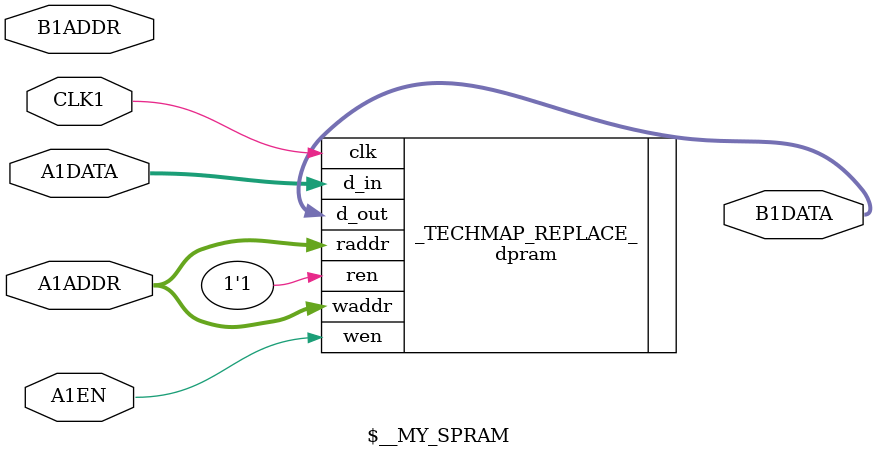
<source format=v>

module $__MY_DPRAM (
	output[31:0] B1DATA,
	input CLK1,
	input[9:0] B1ADDR,
	input[9:0] A1ADDR,
	input[31:0] A1DATA,
	input A1EN,
	input B1EN );

	generate
		dpram #() _TECHMAP_REPLACE_ (
			.clk		(CLK1),
			.wen		(A1EN),
			.waddr		(A1ADDR),
			.d_in		(A1DATA),
			.ren		(B1EN),
			.raddr		(B1ADDR),
			.d_out		(B1DATA) );
	endgenerate

endmodule



module $__MY_SPRAM (
	output[31:0] B1DATA,
	input CLK1,
	input[9:0] B1ADDR,
	input[9:0] A1ADDR,
	input[31:0] A1DATA,
	input A1EN );

	generate
		dpram #() _TECHMAP_REPLACE_ (
			.clk		(CLK1),
			.wen		(A1EN),
			.waddr		(A1ADDR),
			.d_in		(A1DATA),
			.ren		(1'b1),
			.raddr		(A1ADDR),
			.d_out		(B1DATA) );
	endgenerate

endmodule

</source>
